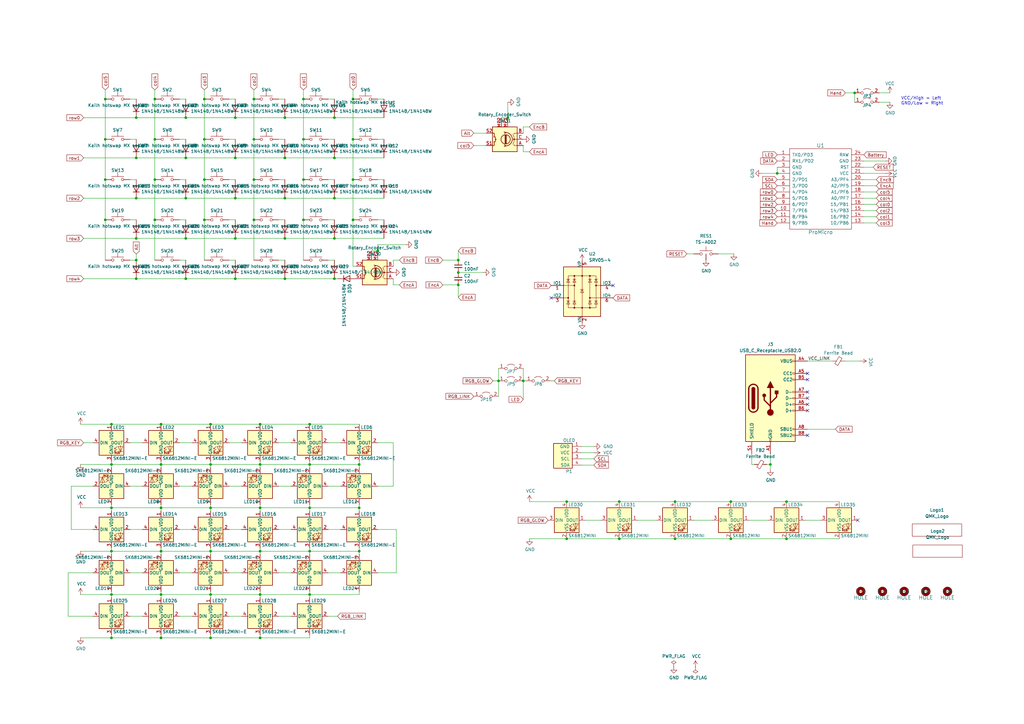
<source format=kicad_sch>
(kicad_sch (version 20230121) (generator eeschema)
  (paper "A3")
  (title_block (title "Lotus 58 Glow") (date "2023-07-26") (rev "v1.3.1") (company "Markus Knutsson <markus.knutsson@tweety.se>") (comment 1 "https://github.com/TweetyDaBird") (comment 2 "Licensed under CERN-OHL-S v2 or any superseding version"))
  (junction (at 124.46 57.15))
  (junction (at 55.88 106.68))
  (junction (at 66.04 261.62))
  (junction (at 137.16 97.79))
  (junction (at 66.04 208.28))
  (junction (at 106.68 243.84))
  (junction (at 214.63 156.21))
  (junction (at 276.86 205.74))
  (junction (at 322.58 205.74))
  (junction (at 86.36 208.28))
  (junction (at 96.52 114.3))
  (junction (at 144.78 57.15))
  (junction (at 106.68 190.5))
  (junction (at 63.5 90.17))
  (junction (at 86.36 173.99))
  (junction (at 83.82 90.17))
  (junction (at 187.96 116.84))
  (junction (at 116.84 64.77))
  (junction (at 137.16 64.77))
  (junction (at 45.72 173.99))
  (junction (at 276.86 220.98))
  (junction (at 66.04 243.84))
  (junction (at 55.88 114.3))
  (junction (at 187.96 111.76))
  (junction (at 86.36 261.62))
  (junction (at 116.84 48.26))
  (junction (at 116.84 81.28))
  (junction (at 208.28 48.26))
  (junction (at 124.46 40.64))
  (junction (at 63.5 57.15))
  (junction (at 104.14 40.64))
  (junction (at 76.2 81.28))
  (junction (at 43.18 57.15))
  (junction (at 147.32 226.06))
  (junction (at 55.88 48.26))
  (junction (at 63.5 40.64))
  (junction (at 154.94 102.87))
  (junction (at 55.88 81.28))
  (junction (at 144.78 73.66))
  (junction (at 76.2 64.77))
  (junction (at 104.14 90.17))
  (junction (at 66.04 173.99))
  (junction (at 45.72 208.28))
  (junction (at 76.2 48.26))
  (junction (at 55.88 97.79))
  (junction (at 299.72 220.98))
  (junction (at 147.32 208.28))
  (junction (at 106.68 173.99))
  (junction (at 63.5 73.66))
  (junction (at 43.18 40.64))
  (junction (at 55.88 64.77))
  (junction (at 116.84 114.3))
  (junction (at 315.976 190.5))
  (junction (at 45.72 226.06))
  (junction (at 45.72 261.62))
  (junction (at 96.52 64.77))
  (junction (at 43.18 73.66))
  (junction (at 350.52 38.1))
  (junction (at 76.2 114.3))
  (junction (at 83.82 73.66))
  (junction (at 127 243.84))
  (junction (at 127 208.28))
  (junction (at 45.72 243.84))
  (junction (at 116.84 97.79))
  (junction (at 66.04 190.5))
  (junction (at 86.36 226.06))
  (junction (at 187.96 106.68))
  (junction (at 127 173.99))
  (junction (at 96.52 48.26))
  (junction (at 137.16 81.28))
  (junction (at 127 190.5))
  (junction (at 137.16 48.26))
  (junction (at 124.46 73.66))
  (junction (at 137.16 114.3))
  (junction (at 127 226.06))
  (junction (at 318.77 71.12))
  (junction (at 147.32 190.5))
  (junction (at 45.72 190.5))
  (junction (at 106.68 208.28))
  (junction (at 204.47 156.21))
  (junction (at 83.82 40.64))
  (junction (at 86.36 190.5))
  (junction (at 104.14 73.66))
  (junction (at 83.82 57.15))
  (junction (at 86.36 243.84))
  (junction (at 104.14 57.15))
  (junction (at 96.52 81.28))
  (junction (at 232.41 205.74))
  (junction (at 106.68 226.06))
  (junction (at 322.58 220.98))
  (junction (at 144.78 40.64))
  (junction (at 96.52 97.79))
  (junction (at 144.78 90.17))
  (junction (at 254 220.98))
  (junction (at 106.68 261.62))
  (junction (at 299.72 205.74))
  (junction (at 254 205.74))
  (junction (at 43.18 90.17))
  (junction (at 76.2 97.79))
  (junction (at 124.46 90.17))
  (junction (at 232.41 220.98))
  (junction (at 66.04 226.06))
  (no_connect (at 351.79 213.36))
  (no_connect (at 331.216 163.322))
  (no_connect (at 331.216 153.162))
  (no_connect (at 331.216 168.402))
  (no_connect (at 331.216 155.702))
  (no_connect (at 331.216 178.562))
  (no_connect (at 226.06 122.174))
  (no_connect (at 251.46 117.094))
  (no_connect (at 331.216 160.782))
  (no_connect (at 331.216 165.862))
  (wire (pts (xy 299.72 220.98) (xy 322.58 220.98)))
  (wire (pts (xy 354.33 81.28) (xy 359.41 81.28)))
  (wire (pts (xy 147.32 190.5) (xy 147.32 189.23)))
  (wire (pts (xy 238.506 183.134) (xy 243.586 183.134)))
  (wire (pts (xy 127 190.5) (xy 127 189.23)))
  (wire (pts (xy 308.356 186.182) (xy 308.356 190.5)))
  (wire (pts (xy 217.17 220.98) (xy 232.41 220.98)))
  (wire (pts (xy 86.36 226.06) (xy 106.68 226.06)))
  (wire (pts (xy 127 173.99) (xy 147.32 173.99)))
  (wire (pts (xy 137.16 57.15) (xy 134.62 57.15)))
  (wire (pts (xy 187.96 106.68) (xy 187.96 102.87)))
  (wire (pts (xy 127 209.55) (xy 127 208.28)))
  (wire (pts (xy 114.3 40.64) (xy 116.84 40.64)))
  (wire (pts (xy 114.3 252.73) (xy 119.38 252.73)))
  (wire (pts (xy 114.3 181.61) (xy 119.38 181.61)))
  (wire (pts (xy 134.62 217.17) (xy 139.7 217.17)))
  (wire (pts (xy 73.66 199.39) (xy 78.74 199.39)))
  (wire (pts (xy 73.66 73.66) (xy 76.2 73.66)))
  (wire (pts (xy 73.66 234.95) (xy 78.74 234.95)))
  (wire (pts (xy 86.36 208.28) (xy 86.36 209.55)))
  (wire (pts (xy 45.72 261.62) (xy 45.72 260.35)))
  (wire (pts (xy 199.39 54.61) (xy 194.31 54.61)))
  (wire (pts (xy 322.58 205.74) (xy 344.17 205.74)))
  (wire (pts (xy 202.184 156.21) (xy 204.47 156.21)))
  (wire (pts (xy 66.04 245.11) (xy 66.04 243.84)))
  (wire (pts (xy 308.356 190.5) (xy 309.372 190.5)))
  (wire (pts (xy 147.32 208.28) (xy 147.32 209.55)))
  (wire (pts (xy 53.34 199.39) (xy 58.42 199.39)))
  (wire (pts (xy 134.62 181.61) (xy 139.7 181.61)))
  (wire (pts (xy 127 242.57) (xy 127 243.84)))
  (wire (pts (xy 27.94 234.95) (xy 27.94 252.73)))
  (wire (pts (xy 38.1 234.95) (xy 27.94 234.95)))
  (wire (pts (xy 93.98 199.39) (xy 99.06 199.39)))
  (wire (pts (xy 34.29 114.3) (xy 55.88 114.3)))
  (wire (pts (xy 93.98 217.17) (xy 99.06 217.17)))
  (wire (pts (xy 162.56 217.17) (xy 162.56 234.95)))
  (wire (pts (xy 73.66 40.64) (xy 76.2 40.64)))
  (wire (pts (xy 66.04 208.28) (xy 86.36 208.28)))
  (wire (pts (xy 86.36 173.99) (xy 106.68 173.99)))
  (wire (pts (xy 55.88 90.17) (xy 53.34 90.17)))
  (wire (pts (xy 181.61 106.68) (xy 187.96 106.68)))
  (wire (pts (xy 96.52 106.68) (xy 93.98 106.68)))
  (wire (pts (xy 315.976 192.532) (xy 315.976 190.5)))
  (wire (pts (xy 93.98 181.61) (xy 99.06 181.61)))
  (wire (pts (xy 217.17 205.74) (xy 232.41 205.74)))
  (wire (pts (xy 137.16 64.77) (xy 157.48 64.77)))
  (wire (pts (xy 83.82 57.15) (xy 83.82 73.66)))
  (wire (pts (xy 45.72 208.28) (xy 33.02 208.28)))
  (wire (pts (xy 127 243.84) (xy 147.32 243.84)))
  (wire (pts (xy 43.18 36.83) (xy 43.18 40.64)))
  (wire (pts (xy 93.98 40.64) (xy 96.52 40.64)))
  (wire (pts (xy 137.16 114.3) (xy 138.43 114.3)))
  (wire (pts (xy 104.14 40.64) (xy 104.14 57.15)))
  (wire (pts (xy 66.04 208.28) (xy 66.04 209.55)))
  (wire (pts (xy 104.14 36.83) (xy 104.14 40.64)))
  (wire (pts (xy 33.02 173.99) (xy 45.72 173.99)))
  (wire (pts (xy 83.82 73.66) (xy 83.82 90.17)))
  (wire (pts (xy 34.29 181.61) (xy 38.1 181.61)))
  (wire (pts (xy 53.34 181.61) (xy 58.42 181.61)))
  (wire (pts (xy 45.72 190.5) (xy 45.72 191.77)))
  (wire (pts (xy 86.36 224.79) (xy 86.36 226.06)))
  (wire (pts (xy 34.29 64.77) (xy 55.88 64.77)))
  (wire (pts (xy 55.88 64.77) (xy 76.2 64.77)))
  (wire (pts (xy 66.04 242.57) (xy 66.04 243.84)))
  (wire (pts (xy 53.34 73.66) (xy 55.88 73.66)))
  (wire (pts (xy 83.82 40.64) (xy 83.82 57.15)))
  (wire (pts (xy 86.36 190.5) (xy 66.04 190.5)))
  (wire (pts (xy 38.1 217.17) (xy 29.21 217.17)))
  (wire (pts (xy 318.77 71.12) (xy 312.42 71.12)))
  (wire (pts (xy 307.34 213.36) (xy 314.96 213.36)))
  (wire (pts (xy 214.63 156.21) (xy 215.646 156.21)))
  (wire (pts (xy 106.68 190.5) (xy 106.68 189.23)))
  (wire (pts (xy 45.72 227.33) (xy 45.72 226.06)))
  (wire (pts (xy 76.2 114.3) (xy 96.52 114.3)))
  (wire (pts (xy 354.33 73.66) (xy 359.41 73.66)))
  (wire (pts (xy 116.84 73.66) (xy 114.3 73.66)))
  (wire (pts (xy 55.88 104.14) (xy 55.88 106.68)))
  (wire (pts (xy 45.72 208.28) (xy 45.72 209.55)))
  (wire (pts (xy 364.998 41.91) (xy 360.68 41.91)))
  (wire (pts (xy 154.94 73.66) (xy 157.48 73.66)))
  (wire (pts (xy 238.506 185.674) (xy 243.586 185.674)))
  (wire (pts (xy 238.506 190.754) (xy 243.586 190.754)))
  (wire (pts (xy 83.82 90.17) (xy 83.82 106.68)))
  (wire (pts (xy 86.36 190.5) (xy 106.68 190.5)))
  (wire (pts (xy 53.34 252.73) (xy 58.42 252.73)))
  (wire (pts (xy 163.83 116.84) (xy 161.29 116.84)))
  (wire (pts (xy 106.68 208.28) (xy 106.68 209.55)))
  (wire (pts (xy 45.72 189.23) (xy 45.72 190.5)))
  (wire (pts (xy 208.28 41.91) (xy 208.28 48.26)))
  (wire (pts (xy 76.2 81.28) (xy 96.52 81.28)))
  (wire (pts (xy 55.88 97.79) (xy 76.2 97.79)))
  (wire (pts (xy 318.77 68.58) (xy 318.77 71.12)))
  (wire (pts (xy 104.14 73.66) (xy 104.14 90.17)))
  (wire (pts (xy 161.29 116.84) (xy 161.29 114.3)))
  (wire (pts (xy 187.96 121.92) (xy 187.96 116.84)))
  (wire (pts (xy 199.39 59.69) (xy 194.31 59.69)))
  (wire (pts (xy 322.58 220.98) (xy 344.17 220.98)))
  (wire (pts (xy 124.46 90.17) (xy 124.46 106.68)))
  (wire (pts (xy 276.86 220.98) (xy 299.72 220.98)))
  (wire (pts (xy 45.72 207.01) (xy 45.72 208.28)))
  (wire (pts (xy 217.17 52.07) (xy 214.63 52.07)))
  (wire (pts (xy 166.37 100.33) (xy 154.94 100.33)))
  (wire (pts (xy 83.82 36.83) (xy 83.82 40.64)))
  (wire (pts (xy 354.33 71.12) (xy 363.22 71.12)))
  (wire (pts (xy 76.2 64.77) (xy 96.52 64.77)))
  (wire (pts (xy 124.46 40.64) (xy 124.46 57.15)))
  (wire (pts (xy 66.04 261.62) (xy 45.72 261.62)))
  (wire (pts (xy 104.14 57.15) (xy 104.14 73.66)))
  (wire (pts (xy 276.86 205.74) (xy 299.72 205.74)))
  (wire (pts (xy 284.48 213.36) (xy 292.1 213.36)))
  (wire (pts (xy 154.94 90.17) (xy 157.48 90.17)))
  (wire (pts (xy 106.68 190.5) (xy 127 190.5)))
  (wire (pts (xy 27.94 252.73) (xy 38.1 252.73)))
  (wire (pts (xy 254 220.98) (xy 276.86 220.98)))
  (wire (pts (xy 144.78 40.64) (xy 144.78 57.15)))
  (wire (pts (xy 261.62 213.36) (xy 269.24 213.36)))
  (wire (pts (xy 354.33 76.2) (xy 359.41 76.2)))
  (wire (pts (xy 106.68 261.62) (xy 86.36 261.62)))
  (wire (pts (xy 114.3 90.17) (xy 116.84 90.17)))
  (wire (pts (xy 124.46 57.15) (xy 124.46 73.66)))
  (wire (pts (xy 86.36 261.62) (xy 86.36 260.35)))
  (wire (pts (xy 204.47 151.13) (xy 204.47 156.21)))
  (wire (pts (xy 76.2 57.15) (xy 73.66 57.15)))
  (wire (pts (xy 106.68 243.84) (xy 106.68 242.57)))
  (wire (pts (xy 354.33 66.04) (xy 363.22 66.04)))
  (wire (pts (xy 73.66 217.17) (xy 78.74 217.17)))
  (wire (pts (xy 96.52 97.79) (xy 116.84 97.79)))
  (wire (pts (xy 204.47 156.21) (xy 204.47 162.56)))
  (wire (pts (xy 86.36 245.11) (xy 86.36 243.84)))
  (wire (pts (xy 124.46 73.66) (xy 124.46 90.17)))
  (wire (pts (xy 154.94 234.95) (xy 162.56 234.95)))
  (wire (pts (xy 106.68 226.06) (xy 127 226.06)))
  (wire (pts (xy 214.63 151.13) (xy 214.63 156.21)))
  (wire (pts (xy 63.5 36.83) (xy 63.5 40.64)))
  (wire (pts (xy 33.02 243.84) (xy 45.72 243.84)))
  (wire (pts (xy 208.28 48.26) (xy 205.74 48.26)))
  (wire (pts (xy 104.14 90.17) (xy 104.14 106.68)))
  (wire (pts (xy 152.4 102.87) (xy 154.94 102.87)))
  (wire (pts (xy 240.03 213.36) (xy 246.38 213.36)))
  (wire (pts (xy 106.68 245.11) (xy 106.68 243.84)))
  (wire (pts (xy 34.29 97.79) (xy 55.88 97.79)))
  (wire (pts (xy 53.34 234.95) (xy 58.42 234.95)))
  (wire (pts (xy 137.16 106.68) (xy 134.62 106.68)))
  (wire (pts (xy 93.98 57.15) (xy 96.52 57.15)))
  (wire (pts (xy 147.32 224.79) (xy 147.32 226.06)))
  (wire (pts (xy 114.3 234.95) (xy 119.38 234.95)))
  (wire (pts (xy 116.84 106.68) (xy 114.3 106.68)))
  (wire (pts (xy 86.36 190.5) (xy 86.36 191.77)))
  (wire (pts (xy 127 261.62) (xy 106.68 261.62)))
  (wire (pts (xy 33.02 226.06) (xy 45.72 226.06)))
  (wire (pts (xy 147.32 208.28) (xy 147.32 207.01)))
  (wire (pts (xy 106.68 191.77) (xy 106.68 190.5)))
  (wire (pts (xy 154.94 40.64) (xy 157.48 40.64)))
  (wire (pts (xy 147.32 190.5) (xy 147.32 191.77)))
  (wire (pts (xy 127 191.77) (xy 127 190.5)))
  (wire (pts (xy 354.33 83.82) (xy 359.41 83.82)))
  (wire (pts (xy 299.72 205.74) (xy 322.58 205.74)))
  (wire (pts (xy 93.98 234.95) (xy 99.06 234.95)))
  (wire (pts (xy 217.17 62.23) (xy 214.63 62.23)))
  (wire (pts (xy 181.61 116.84) (xy 187.96 116.84)))
  (wire (pts (xy 66.04 173.99) (xy 86.36 173.99)))
  (wire (pts (xy 352.806 148.082) (xy 346.456 148.082)))
  (wire (pts (xy 127 226.06) (xy 147.32 226.06)))
  (wire (pts (xy 350.52 41.91) (xy 350.52 38.1)))
  (wire (pts (xy 86.36 208.28) (xy 86.36 207.01)))
  (wire (pts (xy 187.96 111.76) (xy 198.12 111.76)))
  (wire (pts (xy 354.33 88.9) (xy 359.41 88.9)))
  (wire (pts (xy 73.66 252.73) (xy 78.74 252.73)))
  (wire (pts (xy 29.21 217.17) (xy 29.21 199.39)))
  (wire (pts (xy 281.686 104.14) (xy 284.48 104.14)))
  (wire (pts (xy 214.63 52.07) (xy 214.63 54.61)))
  (wire (pts (xy 55.88 114.3) (xy 76.2 114.3)))
  (wire (pts (xy 93.98 252.73) (xy 99.06 252.73)))
  (wire (pts (xy 66.04 261.62) (xy 66.04 260.35)))
  (wire (pts (xy 137.16 40.64) (xy 134.62 40.64)))
  (wire (pts (xy 45.72 190.5) (xy 33.02 190.5)))
  (wire (pts (xy 96.52 90.17) (xy 93.98 90.17)))
  (wire (pts (xy 116.84 64.77) (xy 137.16 64.77)))
  (wire (pts (xy 137.16 81.28) (xy 157.48 81.28)))
  (wire (pts (xy 66.04 190.5) (xy 66.04 189.23)))
  (wire (pts (xy 354.33 91.44) (xy 359.41 91.44)))
  (wire (pts (xy 45.72 173.99) (xy 66.04 173.99)))
  (wire (pts (xy 34.29 48.26) (xy 55.88 48.26)))
  (wire (pts (xy 154.94 100.33) (xy 154.94 102.87)))
  (wire (pts (xy 144.78 73.66) (xy 144.78 90.17)))
  (wire (pts (xy 127 245.11) (xy 127 243.84)))
  (wire (pts (xy 346.71 38.1) (xy 350.52 38.1)))
  (wire (pts (xy 157.48 57.15) (xy 154.94 57.15)))
  (wire (pts (xy 45.72 190.5) (xy 66.04 190.5)))
  (wire (pts (xy 106.68 224.79) (xy 106.68 226.06)))
  (wire (pts (xy 66.04 224.79) (xy 66.04 226.06)))
  (wire (pts (xy 127 190.5) (xy 147.32 190.5)))
  (wire (pts (xy 147.32 243.84) (xy 147.32 242.57)))
  (wire (pts (xy 96.52 114.3) (xy 116.84 114.3)))
  (wire (pts (xy 116.84 81.28) (xy 137.16 81.28)))
  (wire (pts (xy 106.68 208.28) (xy 127 208.28)))
  (wire (pts (xy 127 261.62) (xy 127 260.35)))
  (wire (pts (xy 354.33 68.58) (xy 358.14 68.58)))
  (wire (pts (xy 127 208.28) (xy 127 207.01)))
  (wire (pts (xy 254 205.74) (xy 276.86 205.74)))
  (wire (pts (xy 154.94 217.17) (xy 162.56 217.17)))
  (wire (pts (xy 161.29 181.61) (xy 161.29 199.39)))
  (wire (pts (xy 96.52 81.28) (xy 116.84 81.28)))
  (wire (pts (xy 86.36 189.23) (xy 86.36 190.5)))
  (wire (pts (xy 96.52 48.26) (xy 116.84 48.26)))
  (wire (pts (xy 63.5 90.17) (xy 63.5 106.68)))
  (wire (pts (xy 66.04 208.28) (xy 66.04 207.01)))
  (wire (pts (xy 66.04 191.77) (xy 66.04 190.5)))
  (wire (pts (xy 86.36 227.33) (xy 86.36 226.06)))
  (wire (pts (xy 138.43 252.73) (xy 134.62 252.73)))
  (wire (pts (xy 73.66 181.61) (xy 78.74 181.61)))
  (wire (pts (xy 163.83 106.68) (xy 161.29 106.68)))
  (wire (pts (xy 127 208.28) (xy 147.32 208.28)))
  (wire (pts (xy 300.99 104.14) (xy 294.64 104.14)))
  (wire (pts (xy 86.36 243.84) (xy 86.36 242.57)))
  (wire (pts (xy 76.2 48.26) (xy 96.52 48.26)))
  (wire (pts (xy 53.34 217.17) (xy 58.42 217.17)))
  (wire (pts (xy 45.72 242.57) (xy 45.72 243.84)))
  (wire (pts (xy 43.18 57.15) (xy 43.18 73.66)))
  (wire (pts (xy 154.94 199.39) (xy 161.29 199.39)))
  (wire (pts (xy 134.62 234.95) (xy 139.7 234.95)))
  (wire (pts (xy 45.72 245.11) (xy 45.72 243.84)))
  (wire (pts (xy 86.36 208.28) (xy 106.68 208.28)))
  (wire (pts (xy 341.376 148.082) (xy 331.216 148.082)))
  (wire (pts (xy 66.04 243.84) (xy 86.36 243.84)))
  (wire (pts (xy 43.18 90.17) (xy 43.18 106.68)))
  (wire (pts (xy 66.04 226.06) (xy 86.36 226.06)))
  (wire (pts (xy 114.3 199.39) (xy 119.38 199.39)))
  (wire (pts (xy 124.46 36.83) (xy 124.46 40.64)))
  (wire (pts (xy 144.78 57.15) (xy 144.78 73.66)))
  (wire (pts (xy 144.78 36.83) (xy 144.78 40.64)))
  (wire (pts (xy 144.78 90.17) (xy 144.78 109.22)))
  (wire (pts (xy 86.36 261.62) (xy 66.04 261.62)))
  (wire (pts (xy 137.16 48.26) (xy 157.48 48.26)))
  (wire (pts (xy 106.68 173.99) (xy 127 173.99)))
  (wire (pts (xy 106.68 261.62) (xy 106.68 260.35)))
  (wire (pts (xy 55.88 48.26) (xy 76.2 48.26)))
  (wire (pts (xy 238.506 188.214) (xy 243.586 188.214)))
  (wire (pts (xy 137.16 97.79) (xy 157.48 97.79)))
  (wire (pts (xy 106.68 243.84) (xy 127 243.84)))
  (wire (pts (xy 76.2 97.79) (xy 96.52 97.79)))
  (wire (pts (xy 127 227.33) (xy 127 226.06)))
  (wire (pts (xy 76.2 90.17) (xy 73.66 90.17)))
  (wire (pts (xy 29.21 199.39) (xy 38.1 199.39)))
  (wire (pts (xy 45.72 261.62) (xy 33.02 261.62)))
  (wire (pts (xy 364.998 38.1) (xy 360.68 38.1)))
  (wire (pts (xy 232.41 220.98) (xy 254 220.98)))
  (wire (pts (xy 45.72 226.06) (xy 66.04 226.06)))
  (wire (pts (xy 63.5 73.66) (xy 63.5 90.17)))
  (wire (pts (xy 161.29 106.68) (xy 161.29 109.22)))
  (wire (pts (xy 114.3 217.17) (xy 119.38 217.17)))
  (wire (pts (xy 137.16 73.66) (xy 134.62 73.66)))
  (wire (pts (xy 144.78 109.22) (xy 146.05 109.22)))
  (wire (pts (xy 76.2 106.68) (xy 73.66 106.68)))
  (wire (pts (xy 55.88 57.15) (xy 53.34 57.15)))
  (wire (pts (xy 314.452 190.5) (xy 315.976 190.5)))
  (wire (pts (xy 354.33 86.36) (xy 359.41 86.36)))
  (wire (pts (xy 106.68 226.06) (xy 106.68 227.33)))
  (wire (pts (xy 116.84 57.15) (xy 114.3 57.15)))
  (wire (pts (xy 93.98 73.66) (xy 96.52 73.66)))
  (wire (pts (xy 330.2 213.36) (xy 336.55 213.36)))
  (wire (pts (xy 55.88 40.64) (xy 53.34 40.64)))
  (wire (pts (xy 154.94 181.61) (xy 161.29 181.61)))
  (wire (pts (xy 86.36 243.84) (xy 106.68 243.84)))
  (wire (pts (xy 127 224.79) (xy 127 226.06)))
  (wire (pts (xy 116.84 114.3) (xy 137.16 114.3)))
  (wire (pts (xy 55.88 81.28) (xy 76.2 81.28)))
  (wire (pts (xy 137.16 90.17) (xy 134.62 90.17)))
  (wire (pts (xy 116.84 97.79) (xy 137.16 97.79)))
  (wire (pts (xy 45.72 208.28) (xy 66.04 208.28)))
  (wire (pts (xy 225.806 156.21) (xy 227.33 156.21)))
  (wire (pts (xy 63.5 40.64) (xy 63.5 57.15)))
  (wire (pts (xy 34.29 81.28) (xy 55.88 81.28)))
  (wire (pts (xy 66.04 226.06) (xy 66.04 227.33)))
  (wire (pts (xy 45.72 243.84) (xy 66.04 243.84)))
  (wire (pts (xy 106.68 208.28) (xy 106.68 207.01)))
  (wire (pts (xy 315.976 190.5) (xy 315.976 186.182)))
  (wire (pts (xy 96.52 64.77) (xy 116.84 64.77)))
  (wire (pts (xy 214.63 62.23) (xy 214.63 59.69)))
  (wire (pts (xy 45.72 224.79) (xy 45.72 226.06)))
  (wire (pts (xy 354.33 78.74) (xy 359.41 78.74)))
  (wire (pts (xy 232.41 205.74) (xy 254 205.74)))
  (wire (pts (xy 53.34 106.68) (xy 55.88 106.68)))
  (wire (pts (xy 331.216 176.022) (xy 342.646 176.022)))
  (wire (pts (xy 147.32 226.06) (xy 147.32 227.33)))
  (wire (pts (xy 43.18 40.64) (xy 43.18 57.15)))
  (wire (pts (xy 116.84 48.26) (xy 137.16 48.26)))
  (wire (pts (xy 63.5 57.15) (xy 63.5 73.66)))
  (wire (pts (xy 214.63 156.21) (xy 214.63 163.83)))
  (wire (pts (xy 43.18 73.66) (xy 43.18 90.17)))
  (wire (pts (xy 134.62 199.39) (xy 139.7 199.39)))
  (text "VCC/High = Left\nGND/Low = Right" (at 369.57 43.18 0) (effects (font (size 1.27 1.27)) (justify left bottom)))
  (label "VCC_LINK" (at 331.47 148.082 0))
  (global_label "Alt" (shape input) (at 55.88 104.14 90) (property "Intersheetrefs" "${INTERSHEET_REFS}" (effects hide)))
  (global_label "col2" (shape input) (at 359.41 86.36 0) (property "Intersheetrefs" "${INTERSHEET_REFS}" (effects hide)))
  (global_label "EncB" (shape input) (at 359.41 73.66 0) (property "Intersheetrefs" "${INTERSHEET_REFS}" (effects hide)))
  (global_label "RESET" (shape input) (at 281.686 104.14 180) (property "Intersheetrefs" "${INTERSHEET_REFS}" (effects hide)))
  (global_label "row2" (shape input) (at 318.77 83.82 180) (property "Intersheetrefs" "${INTERSHEET_REFS}" (effects hide)))
  (global_label "RESET" (shape input) (at 358.14 68.58 0) (property "Intersheetrefs" "${INTERSHEET_REFS}" (effects hide)))
  (global_label "EncA" (shape input) (at 217.17 62.23 0) (property "Intersheetrefs" "${INTERSHEET_REFS}" (effects hide)))
  (global_label "col4" (shape input) (at 63.5 36.83 90) (property "Intersheetrefs" "${INTERSHEET_REFS}" (effects hide)))
  (global_label "DATA" (shape input) (at 251.46 122.174 0) (property "Intersheetrefs" "${INTERSHEET_REFS}" (effects hide)))
  (global_label "row1" (shape input) (at 318.77 81.28 180) (property "Intersheetrefs" "${INTERSHEET_REFS}" (effects hide)))
  (global_label "RGB_GLOW" (shape input) (at 224.79 213.36 180) (property "Intersheetrefs" "${INTERSHEET_REFS}" (effects hide)))
  (global_label "Battery" (shape input) (at 354.33 63.5 0) (property "Intersheetrefs" "${INTERSHEET_REFS}" (effects hide)))
  (global_label "EncB" (shape input) (at 181.61 106.68 180) (property "Intersheetrefs" "${INTERSHEET_REFS}" (effects hide)))
  (global_label "RGB_GLOW" (shape input) (at 202.184 156.21 180) (property "Intersheetrefs" "${INTERSHEET_REFS}" (effects hide)))
  (global_label "EncA" (shape input) (at 187.96 121.92 0) (property "Intersheetrefs" "${INTERSHEET_REFS}" (effects hide)))
  (global_label "RGB_KEY" (shape input) (at 227.33 156.21 0) (property "Intersheetrefs" "${INTERSHEET_REFS}" (effects hide)))
  (global_label "RGB_LINK" (shape input) (at 194.31 162.56 180) (property "Intersheetrefs" "${INTERSHEET_REFS}" (effects hide)))
  (global_label "row3" (shape input) (at 34.29 97.79 180) (property "Intersheetrefs" "${INTERSHEET_REFS}" (effects hide)))
  (global_label "row3" (shape input) (at 318.77 86.36 180) (property "Intersheetrefs" "${INTERSHEET_REFS}" (effects hide)))
  (global_label "SCL" (shape input) (at 318.77 76.2 180) (property "Intersheetrefs" "${INTERSHEET_REFS}" (effects hide)))
  (global_label "SDA" (shape input) (at 243.586 190.754 0) (property "Intersheetrefs" "${INTERSHEET_REFS}" (effects hide)))
  (global_label "EncA" (shape input) (at 163.83 116.84 0) (property "Intersheetrefs" "${INTERSHEET_REFS}" (effects hide)))
  (global_label "col4" (shape input) (at 359.41 81.28 0) (property "Intersheetrefs" "${INTERSHEET_REFS}" (effects hide)))
  (global_label "row1" (shape input) (at 34.29 64.77 180) (property "Intersheetrefs" "${INTERSHEET_REFS}" (effects hide)))
  (global_label "RGB_LINK" (shape input) (at 138.43 252.73 0) (property "Intersheetrefs" "${INTERSHEET_REFS}" (effects hide)))
  (global_label "row2" (shape input) (at 34.29 81.28 180) (property "Intersheetrefs" "${INTERSHEET_REFS}" (effects hide)))
  (global_label "col5" (shape input) (at 194.31 59.69 180) (property "Intersheetrefs" "${INTERSHEET_REFS}" (effects hide)))
  (global_label "col5" (shape input) (at 43.18 36.83 90) (property "Intersheetrefs" "${INTERSHEET_REFS}" (effects hide)))
  (global_label "EncA" (shape input) (at 359.41 76.2 0) (property "Intersheetrefs" "${INTERSHEET_REFS}" (effects hide)))
  (global_label "col0" (shape input) (at 359.41 83.82 0) (property "Intersheetrefs" "${INTERSHEET_REFS}" (effects hide)))
  (global_label "col3" (shape input) (at 83.82 36.83 90) (property "Intersheetrefs" "${INTERSHEET_REFS}" (effects hide)))
  (global_label "EncB" (shape input) (at 217.17 52.07 0) (property "Intersheetrefs" "${INTERSHEET_REFS}" (effects hide)))
  (global_label "LED" (shape input) (at 318.77 63.5 180) (property "Intersheetrefs" "${INTERSHEET_REFS}" (effects hide)))
  (global_label "SCL" (shape input) (at 243.586 188.214 0) (property "Intersheetrefs" "${INTERSHEET_REFS}" (effects hide)))
  (global_label "Hand" (shape input) (at 318.77 91.44 180) (property "Intersheetrefs" "${INTERSHEET_REFS}" (effects hide)))
  (global_label "row0" (shape input) (at 34.29 48.26 180) (property "Intersheetrefs" "${INTERSHEET_REFS}" (effects hide)))
  (global_label "SDA" (shape input) (at 318.77 73.66 180) (property "Intersheetrefs" "${INTERSHEET_REFS}" (effects hide)))
  (global_label "RGB_KEY" (shape input) (at 34.29 181.61 180) (property "Intersheetrefs" "${INTERSHEET_REFS}" (effects hide)))
  (global_label "Alt" (shape input) (at 194.31 54.61 180) (property "Intersheetrefs" "${INTERSHEET_REFS}" (effects hide)))
  (global_label "col5" (shape input) (at 359.41 78.74 0) (property "Intersheetrefs" "${INTERSHEET_REFS}" (effects hide)))
  (global_label "DATA" (shape input) (at 342.646 176.022 0) (property "Intersheetrefs" "${INTERSHEET_REFS}" (effects hide)))
  (global_label "EncB" (shape input) (at 187.96 102.87 0) (property "Intersheetrefs" "${INTERSHEET_REFS}" (effects hide)))
  (global_label "EncA" (shape input) (at 181.61 116.84 180) (property "Intersheetrefs" "${INTERSHEET_REFS}" (effects hide)))
  (global_label "row4" (shape input) (at 34.29 114.3 180) (property "Intersheetrefs" "${INTERSHEET_REFS}" (effects hide)))
  (global_label "row0" (shape input) (at 318.77 78.74 180) (property "Intersheetrefs" "${INTERSHEET_REFS}" (effects hide)))
  (global_label "col1" (shape input) (at 359.41 88.9 0) (property "Intersheetrefs" "${INTERSHEET_REFS}" (effects hide)))
  (global_label "col1" (shape input) (at 124.46 36.83 90) (property "Intersheetrefs" "${INTERSHEET_REFS}" (effects hide)))
  (global_label "col0" (shape input) (at 144.78 36.83 90) (property "Intersheetrefs" "${INTERSHEET_REFS}" (effects hide)))
  (global_label "Hand" (shape input) (at 346.71 38.1 180) (property "Intersheetrefs" "${INTERSHEET_REFS}" (effects hide)))
  (global_label "col2" (shape input) (at 104.14 36.83 90) (property "Intersheetrefs" "${INTERSHEET_REFS}" (effects hide)))
  (global_label "DATA" (shape input) (at 318.77 66.04 180) (property "Intersheetrefs" "${INTERSHEET_REFS}" (effects hide)))
  (global_label "row4" (shape input) (at 318.77 88.9 180) (property "Intersheetrefs" "${INTERSHEET_REFS}" (effects hide)))
  (global_label "DATA" (shape input) (at 226.06 117.094 180) (property "Intersheetrefs" "${INTERSHEET_REFS}" (effects hide)))
  (global_label "col3" (shape input) (at 359.41 91.44 0) (property "Intersheetrefs" "${INTERSHEET_REFS}" (effects hide)))
  (global_label "EncB" (shape input) (at 163.83 106.68 0) (property "Intersheetrefs" "${INTERSHEET_REFS}" (effects hide)))
  (global_label "LED" (shape input) (at 214.63 163.83 180) (property "Intersheetrefs" "${INTERSHEET_REFS}" (effects hide)))
  (symbol (lib_id "Keyboard_Controllers:ProMicro_jumpers_v2") (at 336.55 77.47 0) (unit 1)
    (property "Reference" "U1" (at 336.55 59.69 0) (effects (font (size 1.524 1.524))))
    (property "Value" "ProMicro" (at 336.55 95.25 0) (effects (font (size 1.524 1.524))))
    (property "Footprint" "Keyboard Controllers:ProMicro_jumpers_V2" (effects hide))
  )
  (symbol (lib_id "Switch:SW_Push") (at 48.26 106.68 0) (mirror y) (unit 1)
    (property "Reference" "SW25" (at 48.26 102.87 0))
    (property "Value" "Kailh hotswap MX socket" (at 48.26 109.22 0))
    (property "Footprint" "Keyboard Switches:SW_MX_HotSwap_Reversible" (effects hide))
  )
  (symbol (lib_id "Switch:SW_Push") (at 68.58 106.68 0) (mirror y) (unit 1)
    (property "Reference" "SW26" (at 68.58 102.87 0))
    (property "Value" "Kailh hotswap MX socket" (at 68.58 109.22 0))
    (property "Footprint" "Keyboard Switches:SW_MX_HotSwap_Reversible" (effects hide))
  )
  (symbol (lib_id "Switch:SW_Push") (at 48.26 40.64 0) (mirror y) (unit 1)
    (property "Reference" "SW1" (at 48.26 36.83 0))
    (property "Value" "Kailh hotswap MX socket" (at 48.26 43.18 0))
    (property "Footprint" "Keyboard Switches:SW_MX_HotSwap_Reversible" (effects hide))
  )
  (symbol (lib_id "Device:D") (at 55.88 44.45 90) (unit 1)
    (property "Reference" "D1" (at 57.8866 43.2816 90) (effects (justify right)))
    (property "Value" "1N4148/1N4148W" (at 57.8866 45.593 90) (effects (justify right)))
    (property "Footprint" "Keyboard Common:Diode_DO35_SOD123" (effects hide))
  )
  (symbol (lib_id "Switch:SW_Push") (at 68.58 40.64 0) (mirror y) (unit 1)
    (property "Reference" "SW2" (at 68.58 36.83 0))
    (property "Value" "Kailh hotswap MX socket" (at 68.58 43.18 0))
    (property "Footprint" "Keyboard Switches:SW_MX_HotSwap_Reversible" (effects hide))
  )
  (symbol (lib_id "Device:D") (at 76.2 44.45 90) (unit 1)
    (property "Reference" "D2" (at 78.2066 43.2816 90) (effects (justify right)))
    (property "Value" "1N4148/1N4148W" (at 78.2066 45.593 90) (effects (justify right)))
    (property "Footprint" "Keyboard Common:Diode_DO35_SOD123" (effects hide))
  )
  (symbol (lib_id "Switch:SW_Push") (at 88.9 40.64 0) (mirror y) (unit 1)
    (property "Reference" "SW3" (at 88.9 36.83 0))
    (property "Value" "Kailh hotswap MX socket" (at 88.9 43.18 0))
    (property "Footprint" "Keyboard Switches:SW_MX_HotSwap_Reversible" (effects hide))
  )
  (symbol (lib_id "Device:D") (at 96.52 44.45 90) (unit 1)
    (property "Reference" "D3" (at 98.5266 43.2816 90) (effects (justify right)))
    (property "Value" "1N4148/1N4148W" (at 98.5266 45.593 90) (effects (justify right)))
    (property "Footprint" "Keyboard Common:Diode_DO35_SOD123" (effects hide))
  )
  (symbol (lib_id "Switch:SW_Push") (at 109.22 40.64 0) (mirror y) (unit 1)
    (property "Reference" "SW4" (at 109.22 36.83 0))
    (property "Value" "Kailh hotswap MX socket" (at 109.22 43.18 0))
    (property "Footprint" "Keyboard Switches:SW_MX_HotSwap_Reversible" (effects hide))
  )
  (symbol (lib_id "Device:D") (at 116.84 44.45 90) (unit 1)
    (property "Reference" "D4" (at 118.8466 43.2816 90) (effects (justify right)))
    (property "Value" "1N4148/1N4148W" (at 118.8466 45.593 90) (effects (justify right)))
    (property "Footprint" "Keyboard Common:Diode_DO35_SOD123" (effects hide))
  )
  (symbol (lib_id "Switch:SW_Push") (at 129.54 40.64 0) (mirror y) (unit 1)
    (property "Reference" "SW5" (at 129.54 36.83 0))
    (property "Value" "Kailh hotswap MX socket" (at 129.54 43.18 0))
    (property "Footprint" "Keyboard Switches:SW_MX_HotSwap_Reversible" (effects hide))
  )
  (symbol (lib_id "Device:D") (at 137.16 44.45 90) (unit 1)
    (property "Reference" "D5" (at 139.1666 43.2816 90) (effects (justify right)))
    (property "Value" "1N4148/1N4148W" (at 139.1666 45.593 90) (effects (justify right)))
    (property "Footprint" "Keyboard Common:Diode_DO35_SOD123" (effects hide))
  )
  (symbol (lib_id "Switch:SW_Push") (at 149.86 40.64 0) (mirror y) (unit 1)
    (property "Reference" "SW6" (at 149.86 36.83 0))
    (property "Value" "Kailh hotswap MX socket" (at 149.86 41.91 0))
    (property "Footprint" "Keyboard Switches:SW_MX_HotSwap_Reversible" (effects hide))
  )
  (symbol (lib_id "Device:D") (at 157.48 44.45 90) (unit 1)
    (property "Reference" "D6" (at 159.4866 43.2816 90) (effects (justify right)))
    (property "Value" "1N4148/1N4148W" (at 159.4866 45.593 90) (effects (justify right)))
    (property "Footprint" "Keyboard Common:Diode_DO35_SOD123" (effects hide))
  )
  (symbol (lib_id "Switch:SW_Push") (at 68.58 57.15 0) (mirror y) (unit 1)
    (property "Reference" "SW8" (at 68.58 53.34 0))
    (property "Value" "Kailh hotswap MX socket" (at 68.58 59.69 0))
    (property "Footprint" "Keyboard Switches:SW_MX_HotSwap_Reversible" (effects hide))
  )
  (symbol (lib_id "Switch:SW_Push") (at 88.9 57.15 0) (mirror y) (unit 1)
    (property "Reference" "SW9" (at 88.9 53.34 0))
    (property "Value" "Kailh hotswap MX socket" (at 88.9 59.69 0))
    (property "Footprint" "Keyboard Switches:SW_MX_HotSwap_Reversible" (effects hide))
  )
  (symbol (lib_id "Switch:SW_Push") (at 109.22 57.15 0) (mirror y) (unit 1)
    (property "Reference" "SW10" (at 109.22 53.34 0))
    (property "Value" "Kailh hotswap MX socket" (at 109.22 59.69 0))
    (property "Footprint" "Keyboard Switches:SW_MX_HotSwap_Reversible" (effects hide))
  )
  (symbol (lib_id "Switch:SW_Push") (at 129.54 57.15 0) (mirror y) (unit 1)
    (property "Reference" "SW11" (at 129.54 53.34 0))
    (property "Value" "Kailh hotswap MX socket" (at 129.54 59.69 0))
    (property "Footprint" "Keyboard Switches:SW_MX_HotSwap_Reversible" (effects hide))
  )
  (symbol (lib_id "Switch:SW_Push") (at 149.86 57.15 0) (mirror y) (unit 1)
    (property "Reference" "SW12" (at 149.86 53.34 0))
    (property "Value" "Kailh hotswap MX socket" (at 149.86 59.69 0))
    (property "Footprint" "Keyboard Switches:SW_MX_HotSwap_Reversible" (effects hide))
  )
  (symbol (lib_id "Switch:SW_Push") (at 48.26 57.15 0) (mirror y) (unit 1)
    (property "Reference" "SW7" (at 48.26 53.34 0))
    (property "Value" "Kailh hotswap MX socket" (at 48.26 59.69 0))
    (property "Footprint" "Keyboard Switches:SW_MX_HotSwap_Reversible" (effects hide))
  )
  (symbol (lib_id "Device:D") (at 55.88 60.96 90) (unit 1)
    (property "Reference" "D7" (at 57.8866 59.7916 90) (effects (justify right)))
    (property "Value" "1N4148/1N4148W" (at 57.8866 62.103 90) (effects (justify right)))
    (property "Footprint" "Keyboard Common:Diode_DO35_SOD123" (effects hide))
  )
  (symbol (lib_id "Device:D") (at 76.2 60.96 90) (unit 1)
    (property "Reference" "D8" (at 78.2066 59.7916 90) (effects (justify right)))
    (property "Value" "1N4148/1N4148W" (at 78.2066 62.103 90) (effects (justify right)))
    (property "Footprint" "Keyboard Common:Diode_DO35_SOD123" (effects hide))
  )
  (symbol (lib_id "Device:D") (at 96.52 60.96 90) (unit 1)
    (property "Reference" "D9" (at 98.5266 59.7916 90) (effects (justify right)))
    (property "Value" "1N4148/1N4148W" (at 98.5266 62.103 90) (effects (justify right)))
    (property "Footprint" "Keyboard Common:Diode_DO35_SOD123" (effects hide))
  )
  (symbol (lib_id "Device:D") (at 116.84 60.96 90) (unit 1)
    (property "Reference" "D10" (at 118.8466 59.7916 90) (effects (justify right)))
    (property "Value" "1N4148/1N4148W" (at 118.8466 62.103 90) (effects (justify right)))
    (property "Footprint" "Keyboard Common:Diode_DO35_SOD123" (effects hide))
  )
  (symbol (lib_id "Device:D") (at 137.16 60.96 90) (unit 1)
    (property "Reference" "D11" (at 139.1666 59.7916 90) (effects (justify right)))
    (property "Value" "1N4148/1N4148W" (at 139.1666 62.103 90) (effects (justify right)))
    (property "Footprint" "Keyboard Common:Diode_DO35_SOD123" (effects hide))
  )
  (symbol (lib_id "Device:D") (at 157.48 60.96 90) (unit 1)
    (property "Reference" "D12" (at 159.4866 59.7916 90) (effects (justify right)))
    (property "Value" "1N4148/1N4148W" (at 159.4866 62.103 90) (effects (justify right)))
    (property "Footprint" "Keyboard Common:Diode_DO35_SOD123" (effects hide))
  )
  (symbol (lib_id "Switch:SW_Push") (at 48.26 73.66 0) (mirror y) (unit 1)
    (property "Reference" "SW13" (at 48.26 69.85 0))
    (property "Value" "Kailh hotswap MX socket" (at 48.26 76.2 0))
    (property "Footprint" "Keyboard Switches:SW_MX_HotSwap_Reversible" (effects hide))
  )
  (symbol (lib_id "Switch:SW_Push") (at 68.58 73.66 0) (mirror y) (unit 1)
    (property "Reference" "SW14" (at 68.58 69.85 0))
    (property "Value" "Kailh hotswap MX socket" (at 68.58 76.2 0))
    (property "Footprint" "Keyboard Switches:SW_MX_HotSwap_Reversible" (effects hide))
  )
  (symbol (lib_id "Switch:SW_Push") (at 88.9 73.66 0) (mirror y) (unit 1)
    (property "Reference" "SW15" (at 88.9 69.85 0))
    (property "Value" "Kailh hotswap MX socket" (at 88.9 76.2 0))
    (property "Footprint" "Keyboard Switches:SW_MX_HotSwap_Reversible" (effects hide))
  )
  (symbol (lib_id "Switch:SW_Push") (at 109.22 73.66 0) (mirror y) (unit 1)
    (property "Reference" "SW16" (at 109.22 69.85 0))
    (property "Value" "Kailh hotswap MX socket" (at 109.22 76.2 0))
    (property "Footprint" "Keyboard Switches:SW_MX_HotSwap_Reversible" (effects hide))
  )
  (symbol (lib_id "Switch:SW_Push") (at 129.54 73.66 0) (mirror y) (unit 1)
    (property "Reference" "SW17" (at 129.54 69.85 0))
    (property "Value" "Kailh hotswap MX socket" (at 129.54 76.2 0))
    (property "Footprint" "Keyboard Switches:SW_MX_HotSwap_Reversible" (effects hide))
  )
  (symbol (lib_id "Switch:SW_Push") (at 149.86 73.66 0) (mirror y) (unit 1)
    (property "Reference" "SW18" (at 149.86 69.85 0))
    (property "Value" "Kailh hotswap MX socket" (at 149.86 76.2 0))
    (property "Footprint" "Keyboard Switches:SW_MX_HotSwap_Reversible" (effects hide))
  )
  (symbol (lib_id "Device:D") (at 55.88 77.47 90) (unit 1)
    (property "Reference" "D13" (at 57.8866 76.3016 90) (effects (justify right)))
    (property "Value" "1N4148/1N4148W" (at 57.8866 78.613 90) (effects (justify right)))
    (property "Footprint" "Keyboard Common:Diode_DO35_SOD123" (effects hide))
  )
  (symbol (lib_id "Device:D") (at 76.2 77.47 90) (unit 1)
    (property "Reference" "D14" (at 78.2066 76.3016 90) (effects (justify right)))
    (property "Value" "1N4148/1N4148W" (at 78.2066 78.613 90) (effects (justify right)))
    (property "Footprint" "Keyboard Common:Diode_DO35_SOD123" (effects hide))
  )
  (symbol (lib_id "Device:D") (at 96.52 77.47 90) (unit 1)
    (property "Reference" "D15" (at 98.5266 76.3016 90) (effects (justify right)))
    (property "Value" "1N4148/1N4148W" (at 98.5266 78.613 90) (effects (justify right)))
    (property "Footprint" "Keyboard Common:Diode_DO35_SOD123" (effects hide))
  )
  (symbol (lib_id "Device:D") (at 116.84 77.47 90) (unit 1)
    (property "Reference" "D16" (at 118.8466 76.3016 90) (effects (justify right)))
    (property "Value" "1N4148/1N4148W" (at 118.8466 78.613 90) (effects (justify right)))
    (property "Footprint" "Keyboard Common:Diode_DO35_SOD123" (effects hide))
  )
  (symbol (lib_id "Device:D") (at 137.16 77.47 90) (unit 1)
    (property "Reference" "D17" (at 139.1666 76.3016 90) (effects (justify right)))
    (property "Value" "1N4148/1N4148W" (at 139.1666 78.613 90) (effects (justify right)))
    (property "Footprint" "Keyboard Common:Diode_DO35_SOD123" (effects hide))
  )
  (symbol (lib_id "Device:D") (at 157.48 77.47 90) (unit 1)
    (property "Reference" "D18" (at 159.4866 76.3016 90) (effects (justify right)))
    (property "Value" "1N4148/1N4148W" (at 159.4866 78.613 90) (effects (justify right)))
    (property "Footprint" "Keyboard Common:Diode_DO35_SOD123" (effects hide))
  )
  (symbol (lib_id "Switch:SW_Push") (at 88.9 90.17 0) (mirror y) (unit 1)
    (property "Reference" "SW21" (at 88.9 86.36 0))
    (property "Value" "Kailh hotswap MX socket" (at 88.9 92.71 0))
    (property "Footprint" "Keyboard Switches:SW_MX_HotSwap_Reversible" (effects hide))
  )
  (symbol (lib_id "Switch:SW_Push") (at 109.22 90.17 0) (mirror y) (unit 1)
    (property "Reference" "SW22" (at 109.22 86.36 0))
    (property "Value" "Kailh hotswap MX socket" (at 109.22 92.71 0))
    (property "Footprint" "Keyboard Switches:SW_MX_HotSwap_Reversible" (effects hide))
  )
  (symbol (lib_id "Switch:SW_Push") (at 129.54 90.17 0) (mirror y) (unit 1)
    (property "Reference" "SW23" (at 129.54 86.36 0))
    (property "Value" "Kailh hotswap MX socket" (at 129.54 92.71 0))
    (property "Footprint" "Keyboard Switches:SW_MX_HotSwap_Reversible" (effects hide))
  )
  (symbol (lib_id "Switch:SW_Push") (at 149.86 90.17 0) (mirror y) (unit 1)
    (property "Reference" "SW24" (at 149.86 86.36 0))
    (property "Value" "Kailh hotswap MX socket" (at 149.86 92.71 0))
    (property "Footprint" "Keyboard Switches:SW_MX_HotSwap_Reversible" (effects hide))
  )
  (symbol (lib_id "Switch:SW_Push") (at 68.58 90.17 0) (mirror y) (unit 1)
    (property "Reference" "SW20" (at 68.58 86.36 0))
    (property "Value" "Kailh hotswap MX socket" (at 68.58 92.71 0))
    (property "Footprint" "Keyboard Switches:SW_MX_HotSwap_Reversible" (effects hide))
  )
  (symbol (lib_id "Switch:SW_Push") (at 48.26 90.17 0) (mirror y) (unit 1)
    (property "Reference" "SW19" (at 48.26 86.36 0))
    (property "Value" "Kailh hotswap MX socket" (at 48.26 92.71 0))
    (property "Footprint" "Keyboard Switches:SW_MX_HotSwap_Reversible" (effects hide))
  )
  (symbol (lib_id "Device:D") (at 55.88 93.98 90) (unit 1)
    (property "Reference" "D19" (at 57.8866 92.8116 90) (effects (justify right)))
    (property "Value" "1N4148/1N4148W" (at 57.8866 95.123 90) (effects (justify right)))
    (property "Footprint" "Keyboard Common:Diode_DO35_SOD123" (effects hide))
  )
  (symbol (lib_id "Device:D") (at 76.2 93.98 90) (unit 1)
    (property "Reference" "D20" (at 78.2066 92.8116 90) (effects (justify right)))
    (property "Value" "1N4148/1N4148W" (at 78.2066 95.123 90) (effects (justify right)))
    (property "Footprint" "Keyboard Common:Diode_DO35_SOD123" (effects hide))
  )
  (symbol (lib_id "Device:D") (at 96.52 93.98 90) (unit 1)
    (property "Reference" "D21" (at 98.5266 92.8116 90) (effects (justify right)))
    (property "Value" "1N4148/1N4148W" (at 98.5266 95.123 90) (effects (justify right)))
    (property "Footprint" "Keyboard Common:Diode_DO35_SOD123" (effects hide))
  )
  (symbol (lib_id "Device:D") (at 116.84 93.98 90) (unit 1)
    (property "Reference" "D22" (at 118.8466 92.8116 90) (effects (justify right)))
    (property "Value" "1N4148/1N4148W" (at 118.8466 95.123 90) (effects (justify right)))
    (property "Footprint" "Keyboard Common:Diode_DO35_SOD123" (effects hide))
  )
  (symbol (lib_id "Device:D") (at 137.16 93.98 90) (unit 1)
    (property "Reference" "D23" (at 139.1666 92.8116 90) (effects (justify right)))
    (property "Value" "1N4148/1N4148W" (at 139.1666 95.123 90) (effects (justify right)))
    (property "Footprint" "Keyboard Common:Diode_DO35_SOD123" (effects hide))
  )
  (symbol (lib_id "Device:D") (at 157.48 93.98 90) (unit 1)
    (property "Reference" "D24" (at 159.4866 92.8116 90) (effects (justify right)))
    (property "Value" "1N4148/1N4148W" (at 159.4866 95.123 90) (effects (justify right)))
    (property "Footprint" "Keyboard Common:Diode_DO35_SOD123" (effects hide))
  )
  (symbol (lib_id "Switch:SW_Push") (at 88.9 106.68 0) (mirror y) (unit 1)
    (property "Reference" "SW27" (at 88.9 102.87 0))
    (property "Value" "Kailh hotswap MX socket" (at 88.9 109.22 0))
    (property "Footprint" "Keyboard Switches:SW_MX_HotSwap_Reversible" (effects hide))
  )
  (symbol (lib_id "Switch:SW_Push") (at 109.22 106.68 0) (mirror y) (unit 1)
    (property "Reference" "SW28" (at 109.22 102.87 0))
    (property "Value" "Kailh hotswap MX socket" (at 109.22 109.22 0))
    (property "Footprint" "Keyboard Switches:SW_MX_HotSwap_Reversible" (effects hide))
  )
  (symbol (lib_id "Switch:SW_Push") (at 129.54 106.68 0) (mirror y) (unit 1)
    (property "Reference" "SW29" (at 129.54 102.87 0))
    (property "Value" "Kailh hotswap MX socket" (at 129.54 109.22 0))
    (property "Footprint" "Keyboard Switches:SW_MX_HotSwap_Reversible" (effects hide))
  )
  (symbol (lib_id "Device:D") (at 55.88 110.49 90) (unit 1)
    (property "Reference" "D25" (at 57.8866 109.3216 90) (effects (justify right)))
    (property "Value" "1N4148/1N4148W" (at 57.8866 111.633 90) (effects (justify right)))
    (property "Footprint" "Keyboard Common:Diode_DO35_SOD123" (effects hide))
  )
  (symbol (lib_id "Device:D") (at 76.2 110.49 90) (unit 1)
    (property "Reference" "D26" (at 78.2066 109.3216 90) (effects (justify right)))
    (property "Value" "1N4148/1N4148W" (at 78.2066 111.633 90) (effects (justify right)))
    (property "Footprint" "Keyboard Common:Diode_DO35_SOD123" (effects hide))
  )
  (symbol (lib_id "Device:D") (at 96.52 110.49 90) (unit 1)
    (property "Reference" "D27" (at 98.5266 109.3216 90) (effects (justify right)))
    (property "Value" "1N4148/1N4148W" (at 98.5266 111.633 90) (effects (justify right)))
    (property "Footprint" "Keyboard Common:Diode_DO35_SOD123" (effects hide))
  )
  (symbol (lib_id "Device:D") (at 116.84 110.49 90) (unit 1)
    (property "Reference" "D28" (at 118.8466 109.3216 90) (effects (justify right)))
    (property "Value" "1N4148/1N4148W" (at 118.8466 111.633 90) (effects (justify right)))
    (property "Footprint" "Keyboard Common:Diode_DO35_SOD123" (effects hide))
  )
  (symbol (lib_id "Device:D") (at 137.16 110.49 90) (unit 1)
    (property "Reference" "D29" (at 139.1666 109.3216 90) (effects (justify right)))
    (property "Value" "1N4148/1N4148W" (at 139.1666 111.633 90) (effects (justify right)))
    (property "Footprint" "Keyboard Common:Diode_DO35_SOD123" (effects hide))
  )
  (symbol (lib_id "power:VCC") (at 363.22 71.12 270) (unit 1)
    (property "Reference" "#PWR04" (effects hide))
    (property "Value" "VCC" (at 367.03 71.12 0))
  )
  (symbol (lib_id "power:GND") (at 300.99 104.14 0) (unit 1)
    (property "Reference" "#PWR05" (effects hide))
    (property "Value" "GND" (at 301.117 108.5342 0))
  )
  (symbol (lib_id "power:PWR_FLAG") (at 276.352 273.558 0) (unit 1)
    (property "Reference" "#FLG01" (effects hide))
    (property "Value" "PWR_FLAG" (at 276.352 269.1384 0))
  )
  (symbol (lib_id "power:GND") (at 276.352 273.558 0) (unit 1)
    (property "Reference" "#PWR015" (effects hide))
    (property "Value" "GND" (at 276.479 277.9522 0))
  )
  (symbol (lib_id "power:VCC") (at 285.242 273.558 0) (unit 1)
    (property "Reference" "#PWR016" (effects hide))
    (property "Value" "VCC" (at 285.6738 269.1638 0))
  )
  (symbol (lib_id "power:PWR_FLAG") (at 285.242 273.558 180) (unit 1)
    (property "Reference" "#FLG02" (effects hide))
    (property "Value" "PWR_FLAG" (at 285.242 277.9522 0))
  )
  (symbol (lib_id "Keyboard Common:Passthrough") (at 361.95 242.57 0) (unit 1)
    (property "Reference" "TH2" (at 361.95 242.57 0) (effects (font (size 1.524 1.524))))
    (property "Value" "HOLE" (at 361.95 245.11 0) (effects (font (size 1.524 1.524))))
    (property "Footprint" "Keyboard Common:Spacer PCB hole" (effects hide))
  )
  (symbol (lib_id "Keyboard Common:Passthrough") (at 370.84 242.57 0) (unit 1)
    (property "Reference" "TH3" (at 370.84 242.57 0) (effects (font (size 1.524 1.524))))
    (property "Value" "HOLE" (at 370.84 245.11 0) (effects (font (size 1.524 1.524))))
    (property "Footprint" "Keyboard Common:Spacer PCB hole" (effects hide))
  )
  (symbol (lib_id "Keyboard Common:Passthrough") (at 379.73 242.57 0) (unit 1)
    (property "Reference" "TH4" (at 379.73 242.57 0) (effects (font (size 1.524 1.524))))
    (property "Value" "HOLE" (at 379.73 245.11 0) (effects (font (size 1.524 1.524))))
    (property "Footprint" "Keyboard Common:Spacer PCB hole" (effects hide))
  )
  (symbol (lib_id "Keyboard Common:Passthrough") (at 388.62 242.57 0) (unit 1)
    (property "Reference" "TH5" (at 388.62 242.57 0) (effects (font (size 1.524 1.524))))
    (property "Value" "HOLE" (at 388.62 245.11 0) (effects (font (size 1.524 1.524))))
    (property "Footprint" "Keyboard Common:Spacer PCB hole" (effects hide))
  )
  (symbol (lib_id "Keyboard Common:Passthrough") (at 353.06 242.57 0) (unit 1)
    (property "Reference" "TH1" (at 353.06 242.57 0) (effects (font (size 1.524 1.524))))
    (property "Value" "HOLE" (at 353.06 245.11 0) (effects (font (size 1.524 1.524))))
    (property "Footprint" "Keyboard Common:Spacer PCB hole" (effects hide))
  )
  (symbol (lib_id "power:GND") (at 363.22 66.04 90) (unit 1)
    (property "Reference" "#PWR02" (effects hide))
    (property "Value" "GND" (at 367.03 66.04 0))
  )
  (symbol (lib_id "power:GND") (at 312.42 71.12 270) (unit 1)
    (property "Reference" "#PWR03" (effects hide))
    (property "Value" "GND" (at 308.61 71.12 0))
  )
  (symbol (lib_id "power:GND") (at 315.976 192.532 0) (unit 1)
    (property "Reference" "#PWR011" (effects hide))
    (property "Value" "GND" (at 316.103 196.9262 0))
  )
  (symbol (lib_id "power:VCC") (at 352.806 148.082 270) (unit 1)
    (property "Reference" "#PWR012" (effects hide))
    (property "Value" "VCC" (at 357.2002 148.5138 0))
  )
  (symbol (lib_id "Keyboard Common:OLED_4pin") (at 233.426 185.674 0) (mirror y) (unit 1)
    (property "Reference" "P1" (at 233.426 193.294 0))
    (property "Value" "OLED" (at 233.426 180.594 0))
    (property "Footprint" "Keyboard Common:SSD1306-0.91-OLED-4pin-128x32 doublesided" (effects hide))
  )
  (symbol (lib_id "power:GND") (at 243.586 183.134 90) (unit 1)
    (property "Reference" "#PWR013" (effects hide))
    (property "Value" "GND" (at 247.396 183.134 90) (effects (justify right)))
  )
  (symbol (lib_id "power:VCC") (at 243.586 185.674 270) (unit 1)
    (property "Reference" "#PWR014" (effects hide))
    (property "Value" "VCC" (at 247.396 185.674 90) (effects (justify left)))
  )
  (symbol (lib_id "Keyboard Common:SK6812MINI-E") (at 45.72 181.61 0) (unit 1)
    (property "Reference" "LED1" (at 46.355 175.26 0) (effects (justify left)))
    (property "Value" "SK6812MINI-E" (at 46.355 187.96 0) (effects (justify left)))
    (property "Footprint" "Keyboard RGB:MX_SK6812MINI-E_REVERSIBLE" (effects hide))
    (property "Datasheet" "https://cdn-shop.adafruit.com/product-files/2686/SK6812MINI_REV.01-1-2.pdf" (effects hide))
  )
  (symbol (lib_id "power:VCC") (at 33.02 173.99 0) (unit 1)
    (property "Reference" "#PWR019" (effects hide))
    (property "Value" "VCC" (at 33.4518 169.5958 0))
  )
  (symbol (lib_id "power:GND") (at 33.02 190.5 0) (unit 1)
    (property "Reference" "#PWR020" (effects hide))
    (property "Value" "GND" (at 33.147 194.8942 0))
  )
  (symbol (lib_id "power:VCC") (at 33.02 208.28 0) (unit 1)
    (property "Reference" "#PWR021" (effects hide))
    (property "Value" "VCC" (at 33.4518 203.8858 0))
  )
  (symbol (lib_id "power:GND") (at 33.02 226.06 0) (unit 1)
    (property "Reference" "#PWR022" (effects hide))
    (property "Value" "GND" (at 33.147 230.4542 0))
  )
  (symbol (lib_id "power:VCC") (at 33.02 243.84 0) (unit 1)
    (property "Reference" "#PWR023" (effects hide))
    (property "Value" "VCC" (at 33.4518 239.4458 0))
  )
  (symbol (lib_id "power:GND") (at 33.02 261.62 0) (unit 1)
    (property "Reference" "#PWR024" (effects hide))
    (property "Value" "GND" (at 33.147 266.0142 0))
  )
  (symbol (lib_id "Keyboard Switches:Rotary_Encoder_Click") (at 153.67 111.76 180) (unit 1)
    (property "Reference" "SW30" (at 153.67 104.14 0))
    (property "Value" "Rotary_Encoder_Switch" (at 153.67 101.6 0))
    (property "Footprint" "Keyboard Encoders:Encoder_Alps_EC11E_Small" (effects hide))
  )
  (symbol (lib_id "Jumper:Jumper_2_Open") (at 355.6 38.1 0) (unit 1)
    (property "Reference" "JP3" (at 355.6 39.37 0))
    (property "Value" "LEFT" (effects hide))
    (property "Footprint" "Keyboard Common:Jumper_Mini" (effects hide))
  )
  (symbol (lib_id "Jumper:Jumper_2_Open") (at 355.6 41.91 0) (unit 1)
    (property "Reference" "JP4" (at 355.6 43.18 0))
    (property "Value" "RIGHT" (effects hide))
    (property "Footprint" "Keyboard Common:Jumper_Mini" (effects hide))
  )
  (symbol (lib_id "power:GND") (at 364.998 41.91 0) (unit 1)
    (property "Reference" "#PWR010" (effects hide))
    (property "Value" "GND" (at 365.125 46.3042 0))
  )
  (symbol (lib_id "power:VCC") (at 364.998 38.1 0) (unit 1)
    (property "Reference" "#PWR09" (effects hide))
    (property "Value" "VCC" (at 364.998 34.29 0))
  )
  (symbol (lib_id "Device:D") (at 142.24 114.3 0) (unit 1)
    (property "Reference" "D30" (at 143.4084 116.3066 90) (effects (justify right)))
    (property "Value" "1N4148/1N4148W" (at 141.097 116.3066 90) (effects (justify right)))
    (property "Footprint" "Keyboard Common:Diode_DO35_SOD123" (effects hide))
  )
  (symbol (lib_id "Device:C_Small") (at 187.96 109.22 0) (unit 1)
    (property "Reference" "C1" (at 190.2968 108.0516 0) (effects (justify left)))
    (property "Value" "100nF" (at 190.2968 110.363 0) (effects (justify left)))
    (property "Footprint" "Keyboard Common:RESISTOR_Reversible" (effects hide))
  )
  (symbol (lib_id "Device:C_Small") (at 187.96 114.3 0) (unit 1)
    (property "Reference" "C2" (at 190.2968 113.1316 0) (effects (justify left)))
    (property "Value" "100nF" (at 190.2968 115.443 0) (effects (justify left)))
    (property "Footprint" "Keyboard Common:RESISTOR_Reversible" (effects hide))
  )
  (symbol (lib_id "power:GND") (at 198.12 111.76 90) (unit 1)
    (property "Reference" "#PWR08" (effects hide))
    (property "Value" "GND" (at 202.5142 111.633 0))
  )
  (symbol (lib_id "Keyboard Switches:Rotary_Encoder_Click") (at 207.01 57.15 180) (unit 1)
    (property "Reference" "SW31" (at 207.01 49.53 0))
    (property "Value" "Rotary_Encoder_Switch" (at 207.01 46.99 0))
    (property "Footprint" "Keyboard Encoders:Encoder_Alps_EC11E_Offset_pad" (effects hide))
  )
  (symbol (lib_id "power:GND") (at 161.29 111.76 90) (unit 1)
    (property "Reference" "#PWR07" (effects hide))
    (property "Value" "GND" (at 165.6842 111.633 0))
  )
  (symbol (lib_id "power:GND") (at 214.63 57.15 90) (unit 1)
    (property "Reference" "#PWR01" (effects hide))
    (property "Value" "GND" (at 219.0242 57.023 0))
  )
  (symbol (lib_id "Keyboard Common:SK6812MINI-E") (at 66.04 181.61 0) (unit 1)
    (property "Reference" "LED2" (at 66.675 175.26 0) (effects (justify left)))
    (property "Value" "SK6812MINI-E" (at 66.675 187.96 0) (effects (justify left)))
    (property "Footprint" "Keyboard RGB:MX_SK6812MINI-E_REVERSIBLE" (effects hide))
    (property "Datasheet" "https://cdn-shop.adafruit.com/product-files/2686/SK6812MINI_REV.01-1-2.pdf" (effects hide))
  )
  (symbol (lib_id "Keyboard Common:SK6812MINI-E") (at 86.36 181.61 0) (unit 1)
    (property "Reference" "LED3" (at 86.995 175.26 0) (effects (justify left)))
    (property "Value" "SK6812MINI-E" (at 86.995 187.96 0) (effects (justify left)))
    (property "Footprint" "Keyboard RGB:MX_SK6812MINI-E_REVERSIBLE" (effects hide))
    (property "Datasheet" "https://cdn-shop.adafruit.com/product-files/2686/SK6812MINI_REV.01-1-2.pdf" (effects hide))
  )
  (symbol (lib_id "Keyboard Common:SK6812MINI-E") (at 106.68 181.61 0) (unit 1)
    (property "Reference" "LED4" (at 107.315 175.26 0) (effects (justify left)))
    (property "Value" "SK6812MINI-E" (at 107.315 187.96 0) (effects (justify left)))
    (property "Footprint" "Keyboard RGB:MX_SK6812MINI-E_REVERSIBLE" (effects hide))
    (property "Datasheet" "https://cdn-shop.adafruit.com/product-files/2686/SK6812MINI_REV.01-1-2.pdf" (effects hide))
  )
  (symbol (lib_id "Keyboard Common:SK6812MINI-E") (at 127 181.61 0) (unit 1)
    (property "Reference" "LED5" (at 127.635 175.26 0) (effects (justify left)))
    (property "Value" "SK6812MINI-E" (at 127.635 187.96 0) (effects (justify left)))
    (property "Footprint" "Keyboard RGB:MX_SK6812MINI-E_REVERSIBLE" (effects hide))
    (property "Datasheet" "https://cdn-shop.adafruit.com/product-files/2686/SK6812MINI_REV.01-1-2.pdf" (effects hide))
  )
  (symbol (lib_id "Keyboard Common:SK6812MINI-E") (at 147.32 181.61 0) (unit 1)
    (property "Reference" "LED6" (at 147.955 175.26 0) (effects (justify left)))
    (property "Value" "SK6812MINI-E" (at 147.955 187.96 0) (effects (justify left)))
    (property "Footprint" "Keyboard RGB:MX_SK6812MINI-E_REVERSIBLE" (effects hide))
    (property "Datasheet" "https://cdn-shop.adafruit.com/product-files/2686/SK6812MINI_REV.01-1-2.pdf" (effects hide))
  )
  (symbol (lib_id "Keyboard Common:SK6812MINI-E") (at 147.32 199.39 180) (unit 1)
    (property "Reference" "LED12" (at 146.685 205.74 0) (effects (justify left)))
    (property "Value" "SK6812MINI-E" (at 146.685 193.04 0) (effects (justify left)))
    (property "Footprint" "Keyboard RGB:MX_SK6812MINI-E_REVERSIBLE" (effects hide))
    (property "Datasheet" "https://cdn-shop.adafruit.com/product-files/2686/SK6812MINI_REV.01-1-2.pdf" (effects hide))
  )
  (symbol (lib_id "Keyboard Common:SK6812MINI-E") (at 127 199.39 180) (unit 1)
    (property "Reference" "LED11" (at 126.365 205.74 0) (effects (justify left)))
    (property "Value" "SK6812MINI-E" (at 126.365 193.04 0) (effects (justify left)))
    (property "Footprint" "Keyboard RGB:MX_SK6812MINI-E_REVERSIBLE" (effects hide))
    (property "Datasheet" "https://cdn-shop.adafruit.com/product-files/2686/SK6812MINI_REV.01-1-2.pdf" (effects hide))
  )
  (symbol (lib_id "Keyboard Common:SK6812MINI-E") (at 106.68 199.39 180) (unit 1)
    (property "Reference" "LED10" (at 106.045 205.74 0) (effects (justify left)))
    (property "Value" "SK6812MINI-E" (at 106.045 193.04 0) (effects (justify left)))
    (property "Footprint" "Keyboard RGB:MX_SK6812MINI-E_REVERSIBLE" (effects hide))
    (property "Datasheet" "https://cdn-shop.adafruit.com/product-files/2686/SK6812MINI_REV.01-1-2.pdf" (effects hide))
  )
  (symbol (lib_id "Keyboard Common:SK6812MINI-E") (at 86.36 199.39 180) (unit 1)
    (property "Reference" "LED9" (at 85.725 205.74 0) (effects (justify left)))
    (property "Value" "SK6812MINI-E" (at 85.725 193.04 0) (effects (justify left)))
    (property "Footprint" "Keyboard RGB:MX_SK6812MINI-E_REVERSIBLE" (effects hide))
    (property "Datasheet" "https://cdn-shop.adafruit.com/product-files/2686/SK6812MINI_REV.01-1-2.pdf" (effects hide))
  )
  (symbol (lib_id "Keyboard Common:SK6812MINI-E") (at 66.04 199.39 180) (unit 1)
    (property "Reference" "LED8" (at 65.405 205.74 0) (effects (justify left)))
    (property "Value" "SK6812MINI-E" (at 65.405 193.04 0) (effects (justify left)))
    (property "Footprint" "Keyboard RGB:MX_SK6812MINI-E_REVERSIBLE" (effects hide))
    (property "Datasheet" "https://cdn-shop.adafruit.com/product-files/2686/SK6812MINI_REV.01-1-2.pdf" (effects hide))
  )
  (symbol (lib_id "Keyboard Common:SK6812MINI-E") (at 45.72 199.39 180) (unit 1)
    (property "Reference" "LED7" (at 45.085 205.74 0) (effects (justify left)))
    (property "Value" "SK6812MINI-E" (at 45.085 193.04 0) (effects (justify left)))
    (property "Footprint" "Keyboard RGB:MX_SK6812MINI-E_REVERSIBLE" (effects hide))
    (property "Datasheet" "https://cdn-shop.adafruit.com/product-files/2686/SK6812MINI_REV.01-1-2.pdf" (effects hide))
  )
  (symbol (lib_id "Keyboard Common:SK6812MINI-E") (at 45.72 217.17 0) (unit 1)
    (property "Reference" "LED13" (at 46.355 210.82 0) (effects (justify left)))
    (property "Value" "SK6812MINI-E" (at 46.355 223.52 0) (effects (justify left)))
    (property "Footprint" "Keyboard RGB:MX_SK6812MINI-E_REVERSIBLE" (effects hide))
    (property "Datasheet" "https://cdn-shop.adafruit.com/product-files/2686/SK6812MINI_REV.01-1-2.pdf" (effects hide))
  )
  (symbol (lib_id "Keyboard Common:SK6812MINI-E") (at 66.04 217.17 0) (unit 1)
    (property "Reference" "LED14" (at 66.675 210.82 0) (effects (justify left)))
    (property "Value" "SK6812MINI-E" (at 66.675 223.52 0) (effects (justify left)))
    (property "Footprint" "Keyboard RGB:MX_SK6812MINI-E_REVERSIBLE" (effects hide))
    (property "Datasheet" "https://cdn-shop.adafruit.com/product-files/2686/SK6812MINI_REV.01-1-2.pdf" (effects hide))
  )
  (symbol (lib_id "Keyboard Common:SK6812MINI-E") (at 86.36 217.17 0) (unit 1)
    (property "Reference" "LED15" (at 86.995 210.82 0) (effects (justify left)))
    (property "Value" "SK6812MINI-E" (at 86.995 223.52 0) (effects (justify left)))
    (property "Footprint" "Keyboard RGB:MX_SK6812MINI-E_REVERSIBLE" (effects hide))
    (property "Datasheet" "https://cdn-shop.adafruit.com/product-files/2686/SK6812MINI_REV.01-1-2.pdf" (effects hide))
  )
  (symbol (lib_id "Keyboard Common:SK6812MINI-E") (at 106.68 217.17 0) (unit 1)
    (property "Reference" "LED16" (at 107.315 210.82 0) (effects (justify left)))
    (property "Value" "SK6812MINI-E" (at 107.315 223.52 0) (effects (justify left)))
    (property "Footprint" "Keyboard RGB:MX_SK6812MINI-E_REVERSIBLE" (effects hide))
    (property "Datasheet" "https://cdn-shop.adafruit.com/product-files/2686/SK6812MINI_REV.01-1-2.pdf" (effects hide))
  )
  (symbol (lib_id "Keyboard Common:SK6812MINI-E") (at 127 217.17 0) (unit 1)
    (property "Reference" "LED17" (at 127.635 210.82 0) (effects (justify left)))
    (property "Value" "SK6812MINI-E" (at 127.635 223.52 0) (effects (justify left)))
    (property "Footprint" "Keyboard RGB:MX_SK6812MINI-E_REVERSIBLE" (effects hide))
    (property "Datasheet" "https://cdn-shop.adafruit.com/product-files/2686/SK6812MINI_REV.01-1-2.pdf" (effects hide))
  )
  (symbol (lib_id "Keyboard Common:SK6812MINI-E") (at 147.32 217.17 0) (unit 1)
    (property "Reference" "LED18" (at 147.955 210.82 0) (effects (justify left)))
    (property "Value" "SK6812MINI-E" (at 147.955 223.52 0) (effects (justify left)))
    (property "Footprint" "Keyboard RGB:MX_SK6812MINI-E_REVERSIBLE" (effects hide))
    (property "Datasheet" "https://cdn-shop.adafruit.com/product-files/2686/SK6812MINI_REV.01-1-2.pdf" (effects hide))
  )
  (symbol (lib_id "Keyboard Common:SK6812MINI-E") (at 147.32 234.95 180) (unit 1)
    (property "Reference" "LED24" (at 146.685 241.3 0) (effects (justify left)))
    (property "Value" "SK6812MINI-E" (at 146.685 228.6 0) (effects (justify left)))
    (property "Footprint" "Keyboard RGB:MX_SK6812MINI-E_REVERSIBLE" (effects hide))
    (property "Datasheet" "https://cdn-shop.adafruit.com/product-files/2686/SK6812MINI_REV.01-1-2.pdf" (effects hide))
  )
  (symbol (lib_id "Keyboard Common:SK6812MINI-E") (at 127 234.95 180) (unit 1)
    (property "Reference" "LED23" (at 126.365 241.3 0) (effects (justify left)))
    (property "Value" "SK6812MINI-E" (at 126.365 228.6 0) (effects (justify left)))
    (property "Footprint" "Keyboard RGB:MX_SK6812MINI-E_REVERSIBLE" (effects hide))
    (property "Datasheet" "https://cdn-shop.adafruit.com/product-files/2686/SK6812MINI_REV.01-1-2.pdf" (effects hide))
  )
  (symbol (lib_id "Keyboard Common:SK6812MINI-E") (at 106.68 234.95 180) (unit 1)
    (property "Reference" "LED22" (at 106.045 241.3 0) (effects (justify left)))
    (property "Value" "SK6812MINI-E" (at 106.045 228.6 0) (effects (justify left)))
    (property "Footprint" "Keyboard RGB:MX_SK6812MINI-E_REVERSIBLE" (effects hide))
    (property "Datasheet" "https://cdn-shop.adafruit.com/product-files/2686/SK6812MINI_REV.01-1-2.pdf" (effects hide))
  )
  (symbol (lib_id "Keyboard Common:SK6812MINI-E") (at 86.36 234.95 180) (unit 1)
    (property "Reference" "LED21" (at 85.725 241.3 0) (effects (justify left)))
    (property "Value" "SK6812MINI-E" (at 85.725 228.6 0) (effects (justify left)))
    (property "Footprint" "Keyboard RGB:MX_SK6812MINI-E_REVERSIBLE" (effects hide))
    (property "Datasheet" "https://cdn-shop.adafruit.com/product-files/2686/SK6812MINI_REV.01-1-2.pdf" (effects hide))
  )
  (symbol (lib_id "Keyboard Common:SK6812MINI-E") (at 66.04 234.95 180) (unit 1)
    (property "Reference" "LED20" (at 65.405 241.3 0) (effects (justify left)))
    (property "Value" "SK6812MINI-E" (at 65.405 228.6 0) (effects (justify left)))
    (property "Footprint" "Keyboard RGB:MX_SK6812MINI-E_REVERSIBLE" (effects hide))
    (property "Datasheet" "https://cdn-shop.adafruit.com/product-files/2686/SK6812MINI_REV.01-1-2.pdf" (effects hide))
  )
  (symbol (lib_id "Keyboard Common:SK6812MINI-E") (at 45.72 234.95 180) (unit 1)
    (property "Reference" "LED19" (at 45.085 241.3 0) (effects (justify left)))
    (property "Value" "SK6812MINI-E" (at 45.085 228.6 0) (effects (justify left)))
    (property "Footprint" "Keyboard RGB:MX_SK6812MINI-E_REVERSIBLE" (effects hide))
    (property "Datasheet" "https://cdn-shop.adafruit.com/product-files/2686/SK6812MINI_REV.01-1-2.pdf" (effects hide))
  )
  (symbol (lib_id "Keyboard Common:SK6812MINI-E") (at 45.72 252.73 0) (unit 1)
    (property "Reference" "LED25" (at 46.355 246.38 0) (effects (justify left)))
    (property "Value" "SK6812MINI-E" (at 46.355 259.08 0) (effects (justify left)))
    (property "Footprint" "Keyboard RGB:MX_SK6812MINI-E_REVERSIBLE" (effects hide))
    (property "Datasheet" "https://cdn-shop.adafruit.com/product-files/2686/SK6812MINI_REV.01-1-2.pdf" (effects hide))
  )
  (symbol (lib_id "Keyboard Common:SK6812MINI-E") (at 66.04 252.73 0) (unit 1)
    (property "Reference" "LED26" (at 66.675 246.38 0) (effects (justify left)))
    (property "Value" "SK6812MINI-E" (at 66.675 259.08 0) (effects (justify left)))
    (property "Footprint" "Keyboard RGB:MX_SK6812MINI-E_REVERSIBLE" (effects hide))
    (property "Datasheet" "https://cdn-shop.adafruit.com/product-files/2686/SK6812MINI_REV.01-1-2.pdf" (effects hide))
  )
  (symbol (lib_id "Keyboard Common:SK6812MINI-E") (at 86.36 252.73 0) (unit 1)
    (property "Reference" "LED27" (at 86.995 246.38 0) (effects (justify left)))
    (property "Value" "SK6812MINI-E" (at 86.995 259.08 0) (effects (justify left)))
    (property "Footprint" "Keyboard RGB:MX_SK6812MINI-E_REVERSIBLE" (effects hide))
    (property "Datasheet" "https://cdn-shop.adafruit.com/product-files/2686/SK6812MINI_REV.01-1-2.pdf" (effects hide))
  )
  (symbol (lib_id "Keyboard Common:SK6812MINI-E") (at 106.68 252.73 0) (unit 1)
    (property "Reference" "LED28" (at 107.315 246.38 0) (effects (justify left)))
    (property "Value" "SK6812MINI-E" (at 107.315 259.08 0) (effects (justify left)))
    (property "Footprint" "Keyboard RGB:MX_SK6812MINI-E_REVERSIBLE" (effects hide))
    (property "Datasheet" "https://cdn-shop.adafruit.com/product-files/2686/SK6812MINI_REV.01-1-2.pdf" (effects hide))
  )
  (symbol (lib_id "Keyboard Common:SK6812MINI-E") (at 127 252.73 0) (unit 1)
    (property "Reference" "LED29" (at 127.635 246.38 0) (effects (justify left)))
    (property "Value" "SK6812MINI-E" (at 127.635 259.08 0) (effects (justify left)))
    (property "Footprint" "Keyboard RGB:MX_SK6812MINI-E_REVERSIBLE" (effects hide))
    (property "Datasheet" "https://cdn-shop.adafruit.com/product-files/2686/SK6812MINI_REV.01-1-2.pdf" (effects hide))
  )
  (symbol (lib_id "power:GND") (at 217.17 220.98 0) (unit 1)
    (property "Reference" "#PWR0101" (effects hide))
    (property "Value" "GND" (at 217.297 225.3742 0))
  )
  (symbol (lib_id "power:VCC") (at 217.17 205.74 0) (unit 1)
    (property "Reference" "#PWR0102" (effects hide))
    (property "Value" "VCC" (at 217.6018 201.3458 0))
  )
  (symbol (lib_id "Jumper:Jumper_2_Open") (at 199.39 162.56 0) (unit 1)
    (property "Reference" "JP15" (at 199.39 163.83 0))
    (property "Value" "FULL" (effects hide))
    (property "Footprint" "Keyboard Common:Jumper_Mini" (effects hide))
  )
  (symbol (lib_id "LED:SK6812MINI") (at 232.41 213.36 0) (unit 1)
    (property "Reference" "LED30" (at 233.045 207.01 0) (effects (justify left)))
    (property "Value" "SK6812MINI" (at 233.045 219.71 0) (effects (justify left)))
    (property "Footprint" "Keyboard RGB:LED_SK6812MINI_PLCC4_3.5x3.5mm_P1.75mmdouble" (effects hide))
    (property "Datasheet" "https://cdn-shop.adafruit.com/product-files/2686/SK6812MINI_REV.01-1-2.pdf" (effects hide))
  )
  (symbol (lib_id "power:GND") (at 208.28 41.91 90) (unit 1)
    (property "Reference" "#PWR0107" (effects hide))
    (property "Value" "GND" (at 212.6742 41.783 0))
  )
  (symbol (lib_id "power:GND") (at 166.37 100.33 90) (unit 1)
    (property "Reference" "#PWR0108" (effects hide))
    (property "Value" "GND" (at 170.7642 100.203 0))
  )
  (symbol (lib_id "LED:SK6812MINI") (at 254 213.36 0) (unit 1)
    (property "Reference" "LED31" (at 254.635 207.01 0) (effects (justify left)))
    (property "Value" "SK6812MINI" (at 254.635 219.71 0) (effects (justify left)))
    (property "Footprint" "Keyboard RGB:LED_SK6812MINI_PLCC4_3.5x3.5mm_P1.75mmdouble" (effects hide))
    (property "Datasheet" "https://cdn-shop.adafruit.com/product-files/2686/SK6812MINI_REV.01-1-2.pdf" (effects hide))
  )
  (symbol (lib_id "LED:SK6812MINI") (at 276.86 213.36 0) (unit 1)
    (property "Reference" "LED32" (at 277.495 207.01 0) (effects (justify left)))
    (property "Value" "SK6812MINI" (at 277.495 219.71 0) (effects (justify left)))
    (property "Footprint" "Keyboard RGB:LED_SK6812MINI_PLCC4_3.5x3.5mm_P1.75mmdouble" (effects hide))
    (property "Datasheet" "https://cdn-shop.adafruit.com/product-files/2686/SK6812MINI_REV.01-1-2.pdf" (effects hide))
  )
  (symbol (lib_id "LED:SK6812MINI") (at 299.72 213.36 0) (unit 1)
    (property "Reference" "LED33" (at 300.355 207.01 0) (effects (justify left)))
    (property "Value" "SK6812MINI" (at 300.355 219.71 0) (effects (justify left)))
    (property "Footprint" "Keyboard RGB:LED_SK6812MINI_PLCC4_3.5x3.5mm_P1.75mmdouble" (effects hide))
    (property "Datasheet" "https://cdn-shop.adafruit.com/product-files/2686/SK6812MINI_REV.01-1-2.pdf" (effects hide))
  )
  (symbol (lib_id "LED:SK6812MINI") (at 322.58 213.36 0) (unit 1)
    (property "Reference" "LED34" (at 323.215 207.01 0) (effects (justify left)))
    (property "Value" "SK6812MINI" (at 323.215 219.71 0) (effects (justify left)))
    (property "Footprint" "Keyboard RGB:LED_SK6812MINI_PLCC4_3.5x3.5mm_P1.75mmdouble" (effects hide))
    (property "Datasheet" "https://cdn-shop.adafruit.com/product-files/2686/SK6812MINI_REV.01-1-2.pdf" (effects hide))
  )
  (symbol (lib_id "LED:SK6812MINI") (at 344.17 213.36 0) (unit 1)
    (property "Reference" "LED35" (at 344.805 207.01 0) (effects (justify left)))
    (property "Value" "SK6812MINI" (at 344.805 219.71 0) (effects (justify left)))
    (property "Footprint" "Keyboard RGB:LED_SK6812MINI_PLCC4_3.5x3.5mm_P1.75mmdouble" (effects hide))
    (property "Datasheet" "https://cdn-shop.adafruit.com/product-files/2686/SK6812MINI_REV.01-1-2.pdf" (effects hide))
  )
  (symbol (lib_id "LCSC Parts:Ferrite Bead") (at 311.912 190.5 90) (unit 1)
    (property "Reference" "FB2" (at 311.8739 184.658 90))
    (property "Value" "Ferrite Bead" (at 311.8739 187.198 90))
    (property "Footprint" "Capacitor_SMD:C_0603_1608Metric_Pad1.08x0.95mm_HandSolder" (effects hide))
    (property "LCSC" "C882974" (effects hide))
  )
  (symbol (lib_id "Keyboard Common:TS-A002") (at 289.56 104.14 0) (unit 1)
    (property "Reference" "RES1" (at 289.56 96.774 0))
    (property "Value" "TS-A002" (at 289.56 99.314 0))
    (property "Footprint" "Keyboard Common:YTS-A002" (effects hide))
    (property "LCSC" "C2888934" (effects hide))
  )
  (symbol (lib_id "LCSC Parts:SRV05-4") (at 238.76 119.634 0) (unit 1)
    (property "Reference" "U2" (at 241.5287 104.14 0) (effects (justify left)))
    (property "Value" "SRV05-4" (at 241.5287 106.68 0) (effects (justify left)))
    (property "Footprint" "Package_TO_SOT_SMD:SOT-23-6" (effects hide))
    (property "Datasheet" "http://www.onsemi.com/pub/Collateral/SRV05-4-D.PDF" (effects hide))
    (property "LCSC" "C558418" (effects hide))
  )
  (symbol (lib_id "Jumper:Jumper_2_Open") (at 209.55 151.13 0) (unit 1)
    (property "Reference" "JP7" (at 209.55 152.4 0))
    (property "Value" "FULL" (effects hide))
    (property "Footprint" "Keyboard Common:Jumper_Mini" (effects hide))
  )
  (symbol (lib_id "Logotypes:QMK_Logo") (at 384.556 227.33 0) (unit 1) (in_bom no)
    (property "Reference" "Logo2" (at 384.556 217.805 0))
    (property "Value" "QMK_Logo" (at 384.556 220.345 0))
    (property "Footprint" "Logotypes:qmk logo" (effects hide))
  )
  (symbol (lib_id "power:GND") (at 238.76 132.334 0) (unit 1)
    (property "Reference" "#PWR0110" (effects hide))
    (property "Value" "GND" (at 238.887 136.7282 0))
  )
  (symbol (lib_id "power:VCC") (at 238.76 106.934 0) (unit 1)
    (property "Reference" "#PWR0109" (effects hide))
    (property "Value" "VCC" (at 239.1918 102.5398 0))
  )
  (symbol (lib_id "Jumper:Jumper_2_Open") (at 220.726 156.21 0) (unit 1)
    (property "Reference" "JP6" (at 220.726 157.48 0))
    (property "Value" "FULL" (effects hide))
    (property "Footprint" "Keyboard Common:Jumper_Mini" (effects hide))
  )
  (symbol (lib_id "power:GND") (at 289.56 106.68 0) (unit 1)
    (property "Reference" "#PWR06" (effects hide))
    (property "Value" "GND" (at 289.687 111.0742 0))
  )
  (symbol (lib_id "Connector:USB_C_Receptacle_USB2.0") (at 315.976 163.322 0) (unit 1)
    (property "Reference" "J3" (at 315.976 141.224 0))
    (property "Value" "USB_C_Receptacle_USB2.0" (at 315.976 143.764 0))
    (property "Footprint" "LCSC_Library:Molex-216990_GCT-USB45xx_HRO-TYPE-C-31-M-13x-PiMicro" (effects hide))
    (property "Datasheet" "https://www.usb.org/sites/default/files/documents/usb_type-c.zip" (effects hide))
    (property "LCSC" "C963373" (effects hide))
  )
  (symbol (lib_id "Jumper:Jumper_2_Open") (at 209.55 156.21 0) (unit 1)
    (property "Reference" "JP5" (at 209.55 157.48 0))
    (property "Value" "FULL" (effects hide))
    (property "Footprint" "Keyboard Common:Jumper_Mini" (effects hide))
  )
  (symbol (lib_id "LCSC Parts:Ferrite Bead") (at 343.916 148.082 90) (unit 1)
    (property "Reference" "FB1" (at 343.8779 142.24 90))
    (property "Value" "Ferrite Bead" (at 343.8779 144.78 90))
    (property "Footprint" "Capacitor_SMD:C_0603_1608Metric_Pad1.08x0.95mm_HandSolder" (effects hide))
    (property "LCSC" "C882974" (effects hide))
  )
  (symbol (lib_id "Logotypes:QMK_Logo") (at 384.302 218.694 0) (unit 1) (in_bom no)
    (property "Reference" "Logo1" (at 384.302 209.169 0))
    (property "Value" "QMK_Logo" (at 384.302 211.709 0))
    (property "Footprint" "Logotypes:qmk logo" (effects hide))
  )
)
</source>
